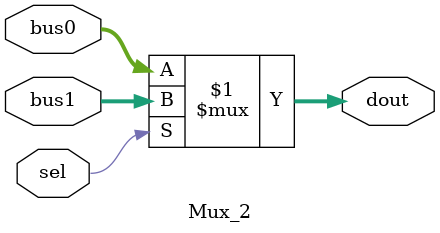
<source format=v>
`timescale 1ns / 1ps

module RF_Mux (
    input [15:0] bus3, bus2, bus1, bus0,
    input [1:0] sel,
    output [15:0] dout
    );
    wire [15:0] sign_extend;
    assign sign_extend[15] = bus2[7];
    assign sign_extend[14:7] = 8'h00;
    assign sign_extend[6:0] = (~bus2[6:0]) + 1;

    Mux_4 #(16) M0(bus3, sign_extend, bus1, bus0, sel, dout);
endmodule

module Mux_4 #(parameter WIDTH=8) (
    input [WIDTH-1:0] bus3, bus2, bus1, bus0,
    input [1:0] sel,
    output [WIDTH-1:0] dout
    );
    wire [WIDTH-1:0] mux [3:0];
    assign mux[0] = bus0,
           mux[1] = bus1,
           mux[2] = bus2,
           mux[3] = bus3;
    assign dout = mux[sel];
endmodule


module Mux_2 #(parameter WIDTH=8) (
    input [WIDTH-1:0] bus1, bus0,
    input sel,
    output [WIDTH-1:0] dout
    );

    assign dout = sel ? bus1 : bus0;
endmodule

</source>
